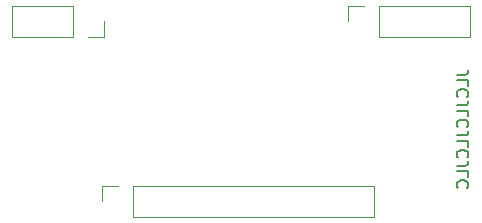
<source format=gbr>
%TF.GenerationSoftware,KiCad,Pcbnew,(6.0.0-0)*%
%TF.CreationDate,2022-07-05T21:41:24-04:00*%
%TF.ProjectId,IO-VGA-DAC,494f2d56-4741-42d4-9441-432e6b696361,rev?*%
%TF.SameCoordinates,Original*%
%TF.FileFunction,Legend,Bot*%
%TF.FilePolarity,Positive*%
%FSLAX46Y46*%
G04 Gerber Fmt 4.6, Leading zero omitted, Abs format (unit mm)*
G04 Created by KiCad (PCBNEW (6.0.0-0)) date 2022-07-05 21:41:24*
%MOMM*%
%LPD*%
G01*
G04 APERTURE LIST*
%ADD10C,0.150000*%
%ADD11C,0.120000*%
G04 APERTURE END LIST*
D10*
X181062380Y-120094952D02*
X181776666Y-120094952D01*
X181919523Y-120047333D01*
X182014761Y-119952095D01*
X182062380Y-119809238D01*
X182062380Y-119714000D01*
X182062380Y-121047333D02*
X182062380Y-120571142D01*
X181062380Y-120571142D01*
X181967142Y-121952095D02*
X182014761Y-121904476D01*
X182062380Y-121761619D01*
X182062380Y-121666380D01*
X182014761Y-121523523D01*
X181919523Y-121428285D01*
X181824285Y-121380666D01*
X181633809Y-121333047D01*
X181490952Y-121333047D01*
X181300476Y-121380666D01*
X181205238Y-121428285D01*
X181110000Y-121523523D01*
X181062380Y-121666380D01*
X181062380Y-121761619D01*
X181110000Y-121904476D01*
X181157619Y-121952095D01*
X181062380Y-122666380D02*
X181776666Y-122666380D01*
X181919523Y-122618761D01*
X182014761Y-122523523D01*
X182062380Y-122380666D01*
X182062380Y-122285428D01*
X182062380Y-123618761D02*
X182062380Y-123142571D01*
X181062380Y-123142571D01*
X181967142Y-124523523D02*
X182014761Y-124475904D01*
X182062380Y-124333047D01*
X182062380Y-124237809D01*
X182014761Y-124094952D01*
X181919523Y-123999714D01*
X181824285Y-123952095D01*
X181633809Y-123904476D01*
X181490952Y-123904476D01*
X181300476Y-123952095D01*
X181205238Y-123999714D01*
X181110000Y-124094952D01*
X181062380Y-124237809D01*
X181062380Y-124333047D01*
X181110000Y-124475904D01*
X181157619Y-124523523D01*
X181062380Y-125237809D02*
X181776666Y-125237809D01*
X181919523Y-125190190D01*
X182014761Y-125094952D01*
X182062380Y-124952095D01*
X182062380Y-124856857D01*
X182062380Y-126190190D02*
X182062380Y-125714000D01*
X181062380Y-125714000D01*
X181967142Y-127094952D02*
X182014761Y-127047333D01*
X182062380Y-126904476D01*
X182062380Y-126809238D01*
X182014761Y-126666380D01*
X181919523Y-126571142D01*
X181824285Y-126523523D01*
X181633809Y-126475904D01*
X181490952Y-126475904D01*
X181300476Y-126523523D01*
X181205238Y-126571142D01*
X181110000Y-126666380D01*
X181062380Y-126809238D01*
X181062380Y-126904476D01*
X181110000Y-127047333D01*
X181157619Y-127094952D01*
X181062380Y-127809238D02*
X181776666Y-127809238D01*
X181919523Y-127761619D01*
X182014761Y-127666380D01*
X182062380Y-127523523D01*
X182062380Y-127428285D01*
X182062380Y-128761619D02*
X182062380Y-128285428D01*
X181062380Y-128285428D01*
X181967142Y-129666380D02*
X182014761Y-129618761D01*
X182062380Y-129475904D01*
X182062380Y-129380666D01*
X182014761Y-129237809D01*
X181919523Y-129142571D01*
X181824285Y-129094952D01*
X181633809Y-129047333D01*
X181490952Y-129047333D01*
X181300476Y-129094952D01*
X181205238Y-129142571D01*
X181110000Y-129237809D01*
X181062380Y-129380666D01*
X181062380Y-129475904D01*
X181110000Y-129618761D01*
X181157619Y-129666380D01*
D11*
%TO.C,J2*%
X151070000Y-129480000D02*
X151070000Y-130810000D01*
X174050000Y-129480000D02*
X174050000Y-132140000D01*
X152400000Y-129480000D02*
X151070000Y-129480000D01*
X153670000Y-132140000D02*
X174050000Y-132140000D01*
X153670000Y-129480000D02*
X153670000Y-132140000D01*
X153670000Y-129480000D02*
X174050000Y-129480000D01*
%TO.C,J4*%
X174498000Y-114240000D02*
X182178000Y-114240000D01*
X171898000Y-114240000D02*
X171898000Y-115570000D01*
X174498000Y-114240000D02*
X174498000Y-116900000D01*
X182178000Y-114240000D02*
X182178000Y-116900000D01*
X174498000Y-116900000D02*
X182178000Y-116900000D01*
X173228000Y-114240000D02*
X171898000Y-114240000D01*
%TO.C,J1*%
X148575000Y-116900000D02*
X143435000Y-116900000D01*
X151175000Y-116900000D02*
X151175000Y-115570000D01*
X143435000Y-116900000D02*
X143435000Y-114240000D01*
X148575000Y-114240000D02*
X143435000Y-114240000D01*
X149845000Y-116900000D02*
X151175000Y-116900000D01*
X148575000Y-116900000D02*
X148575000Y-114240000D01*
%TD*%
M02*

</source>
